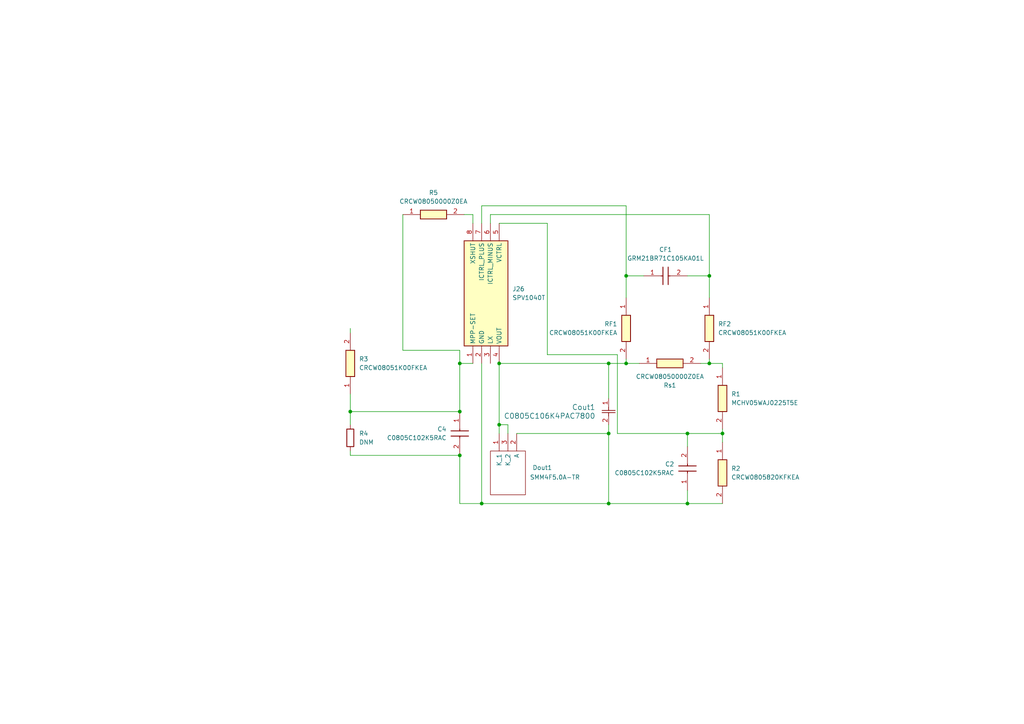
<source format=kicad_sch>
(kicad_sch (version 20231120) (generator "eeschema") (generator_version "8.0")
  (paper "A4")
  (lib_symbols
    (symbol "C2_C4_C8:C0805C102K5RAC" (pin_names hide)
      (property "Reference" "C" (at 8.89 6.35 0))
      (property "Value" "C0805C102K5RAC" (at 8.89 3.81 0))
      (symbol "C0805C102K5RAC_1_1"
        (polyline (pts (xy 5.08 0) (xy 5.588 0)) (stroke (width 0.254)))
        (polyline (pts (xy 5.588 2.54) (xy 5.588 -2.54)) (stroke (width 0.254)))
        (polyline (pts (xy 7.112 0) (xy 7.62 0)) (stroke (width 0.254)))
        (polyline (pts (xy 7.112 2.54) (xy 7.112 -2.54)) (stroke (width 0.254)))
        (pin passive line (at 0 0 0) (length 5.08) (name "1") (number "1"))
        (pin passive line (at 12.7 0 180) (length 5.08) (name "2") (number "2"))
      )
    )
    (symbol "CF1:GRM21BR71C105KA01L" (pin_names hide)
      (property "Reference" "C" (at 8.89 6.35 0))
      (property "Value" "GRM21BR71C105KA01L" (at 8.89 3.81 0))
      (symbol "GRM21BR71C105KA01L_1_1"
        (polyline (pts (xy 5.08 0) (xy 5.588 0)) (stroke (width 0.254)))
        (polyline (pts (xy 5.588 2.54) (xy 5.588 -2.54)) (stroke (width 0.254)))
        (polyline (pts (xy 7.112 0) (xy 7.62 0)) (stroke (width 0.254)))
        (polyline (pts (xy 7.112 2.54) (xy 7.112 -2.54)) (stroke (width 0.254)))
        (pin passive line (at 0 0 0) (length 5.08) (name "1") (number "1"))
        (pin passive line (at 12.7 0 180) (length 5.08) (name "2") (number "2"))
      )
    )
    (symbol "Cout1:C0805C106K4PAC7800" (pin_names (offset 0.254))
      (property "Reference" "Cout1" (at 2.5399 3.81 90))
      (property "Value" "C0805C106K4PAC7800" (at 5.0799 3.81 90))
      (symbol "C0805C106K4PAC7800_1_1"
        (polyline (pts (xy 2.54 0) (xy 3.4798 0)) (stroke (width 0.2032)))
        (polyline (pts (xy 3.4798 -1.905) (xy 3.4798 1.905)) (stroke (width 0.2032)))
        (polyline (pts (xy 4.1148 -1.905) (xy 4.1148 1.905)) (stroke (width 0.2032)))
        (polyline (pts (xy 4.1148 0) (xy 5.08 0)) (stroke (width 0.2032)))
        (pin passive line (at 0 0 0) (length 2.54) (name "") (number "1"))
        (pin passive line (at 7.62 0 180) (length 2.54) (name "") (number "2"))
      )
      (symbol "C0805C106K4PAC7800_1_2"
        (polyline (pts (xy -1.905 -4.1148) (xy 1.905 -4.1148)) (stroke (width 0.2032)))
        (polyline (pts (xy -1.905 -3.4798) (xy 1.905 -3.4798)) (stroke (width 0.2032)))
        (polyline (pts (xy 0 -4.1148) (xy 0 -5.08)) (stroke (width 0.2032)))
        (polyline (pts (xy 0 -2.54) (xy 0 -3.4798)) (stroke (width 0.2032)))
        (pin unspecified line (at 0 0 270) (length 2.54) (name "") (number "1"))
        (pin unspecified line (at 0 -7.62 90) (length 2.54) (name "") (number "2"))
      )
    )
    (symbol "Device:R" (pin_numbers hide) (pin_names (offset 0))
      (property "Reference" "R" (at 2.032 0 90))
      (property "Value" "R" (at 0 0 90))
      (symbol "R_0_1"
        (rectangle (start -1.016 -2.54) (end 1.016 2.54) (stroke (width 0.254)))
      )
      (symbol "R_1_1"
        (pin passive line (at 0 3.81 270) (length 1.27) (name "~") (number "1"))
        (pin passive line (at 0 -3.81 90) (length 1.27) (name "~") (number "2"))
      )
    )
    (symbol "R1:MCHV05WAJ0225T5E" (pin_names hide)
      (property "Reference" "R" (at 13.97 6.35 0))
      (property "Value" "MCHV05WAJ0225T5E" (at 13.97 3.81 0))
      (symbol "MCHV05WAJ0225T5E_1_1"
        (rectangle (start 5.08 1.27) (end 12.7 -1.27) (stroke (width 0.254)) (fill (type background)))
        (pin passive line (at 0 0 0) (length 5.08) (name "1") (number "1"))
        (pin passive line (at 17.78 0 180) (length 5.08) (name "2") (number "2"))
      )
    )
    (symbol "R2:CRCW0805820KFKEA" (pin_names hide)
      (property "Reference" "R" (at 13.97 6.35 0))
      (property "Value" "CRCW0805820KFKEA" (at 13.97 3.81 0))
      (symbol "CRCW0805820KFKEA_1_1"
        (rectangle (start 5.08 1.27) (end 12.7 -1.27) (stroke (width 0.254)) (fill (type background)))
        (pin passive line (at 0 0 0) (length 5.08) (name "1") (number "1"))
        (pin passive line (at 17.78 0 180) (length 5.08) (name "2") (number "2"))
      )
    )
    (symbol "R3_RF1_RF2_R6_R7_R8:CRCW08051K00FKEA" (pin_names hide)
      (property "Reference" "R" (at 13.97 6.35 0))
      (property "Value" "CRCW08051K00FKEA" (at 13.97 3.81 0))
      (symbol "CRCW08051K00FKEA_1_1"
        (rectangle (start 5.08 1.27) (end 12.7 -1.27) (stroke (width 0.254)) (fill (type background)))
        (pin passive line (at 0 0 0) (length 5.08) (name "1") (number "1"))
        (pin passive line (at 17.78 0 180) (length 5.08) (name "2") (number "2"))
      )
    )
    (symbol "R5_SW3_SW4_VRS:CRCW08050000Z0EA" (pin_names hide)
      (property "Reference" "R" (at 13.97 6.35 0))
      (property "Value" "CRCW08050000Z0EA" (at 13.97 3.81 0))
      (symbol "CRCW08050000Z0EA_1_1"
        (rectangle (start 5.08 1.27) (end 12.7 -1.27) (stroke (width 0.254)) (fill (type background)))
        (pin passive line (at 0 0 0) (length 5.08) (name "1") (number "1"))
        (pin passive line (at 17.78 0 180) (length 5.08) (name "2") (number "2"))
      )
    )
    (symbol "SMM4F5.0A-TR:SMM4F5.0A-TR" (pin_names (offset 0.762))
      (property "Reference" "Z" (at 19.05 7.62 0))
      (property "Value" "SMM4F5.0A-TR" (at 19.05 5.08 0))
      (symbol "SMM4F5.0A-TR_0_0"
        (pin passive line (at 0 -5.08 0) (length 5.08) (name "K_1") (number "1"))
        (pin passive line (at 0 0 0) (length 5.08) (name "A") (number "2"))
        (pin passive line (at 0 -2.54 0) (length 5.08) (name "K_2") (number "3"))
      )
      (symbol "SMM4F5.0A-TR_0_1"
        (polyline (pts (xy 5.08 2.54) (xy 17.78 2.54) (xy 17.78 -7.62) (xy 5.08 -7.62) (xy 5.08 2.54)) (stroke (width 0.1524)))
      )
    )
    (symbol "SPV1040T:SPV1040T"
      (property "Reference" "IC" (at 36.83 7.62 0))
      (property "Value" "SPV1040T" (at 36.83 5.08 0))
      (symbol "SPV1040T_1_1"
        (rectangle (start 5.08 2.54) (end 35.56 -10.16) (stroke (width 0.254)) (fill (type background)))
        (pin passive line (at 0 0 0) (length 5.08) (name "MPP-SET") (number "1"))
        (pin passive line (at 0 -2.54 0) (length 5.08) (name "GND") (number "2"))
        (pin passive line (at 0 -5.08 0) (length 5.08) (name "LX") (number "3"))
        (pin passive line (at 0 -7.62 0) (length 5.08) (name "VOUT") (number "4"))
        (pin passive line (at 40.64 -7.62 180) (length 5.08) (name "VCTRL") (number "5"))
        (pin passive line (at 40.64 -5.08 180) (length 5.08) (name "ICTRL_MINUS") (number "6"))
        (pin passive line (at 40.64 -2.54 180) (length 5.08) (name "ICTRL_PLUS") (number "7"))
        (pin passive line (at 40.64 0 180) (length 5.08) (name "XSHUT") (number "8"))
      )
    )
  )
  (junction (at 176.53 105.41))
  (junction (at 139.7 146.05))
  (junction (at 205.74 80.01))
  (junction (at 176.53 125.73))
  (junction (at 144.78 105.41))
  (junction (at 176.53 146.05))
  (junction (at 181.61 80.01))
  (junction (at 144.78 123.19))
  (junction (at 133.35 132.08))
  (junction (at 199.39 146.05))
  (junction (at 101.6 119.38))
  (junction (at 133.35 119.38))
  (junction (at 133.35 105.41))
  (junction (at 209.55 125.73))
  (junction (at 181.61 105.41))
  (junction (at 199.39 125.73))
  (junction (at 205.74 105.41))
  (wire (pts (xy 199.39 146.05) (xy 209.55 146.05)))
  (wire (pts (xy 101.6 132.08) (xy 133.35 132.08)))
  (wire (pts (xy 176.53 125.73) (xy 176.53 146.05)))
  (wire (pts (xy 176.53 146.05) (xy 139.7 146.05)))
  (wire (pts (xy 209.55 105.41) (xy 209.55 106.68)))
  (wire (pts (xy 101.6 119.38) (xy 133.35 119.38)))
  (wire (pts (xy 199.39 129.54) (xy 199.39 125.73)))
  (wire (pts (xy 149.86 125.73) (xy 176.53 125.73)))
  (wire (pts (xy 139.7 105.41) (xy 139.7 146.05)))
  (wire (pts (xy 179.07 102.87) (xy 158.75 102.87)))
  (wire (pts (xy 142.24 62.23) (xy 142.24 64.77)))
  (wire (pts (xy 199.39 125.73) (xy 209.55 125.73)))
  (wire (pts (xy 158.75 64.77) (xy 158.75 102.87)))
  (wire (pts (xy 133.35 105.41) (xy 133.35 119.38)))
  (wire (pts (xy 205.74 105.41) (xy 209.55 105.41)))
  (wire (pts (xy 181.61 105.41) (xy 185.42 105.41)))
  (wire (pts (xy 199.39 125.73) (xy 179.07 125.73)))
  (wire (pts (xy 181.61 59.69) (xy 139.7 59.69)))
  (wire (pts (xy 199.39 142.24) (xy 199.39 146.05)))
  (wire (pts (xy 147.32 125.73) (xy 147.32 123.19)))
  (wire (pts (xy 133.35 101.6) (xy 133.35 105.41)))
  (wire (pts (xy 179.07 125.73) (xy 179.07 102.87)))
  (wire (pts (xy 116.84 101.6) (xy 133.35 101.6)))
  (wire (pts (xy 133.35 146.05) (xy 133.35 132.08)))
  (wire (pts (xy 147.32 123.19) (xy 144.78 123.19)))
  (wire (pts (xy 101.6 114.3) (xy 101.6 119.38)))
  (wire (pts (xy 209.55 124.46) (xy 209.55 125.73)))
  (wire (pts (xy 144.78 105.41) (xy 144.78 123.19)))
  (wire (pts (xy 176.53 123.19) (xy 176.53 125.73)))
  (wire (pts (xy 199.39 80.01) (xy 205.74 80.01)))
  (wire (pts (xy 203.2 105.41) (xy 205.74 105.41)))
  (wire (pts (xy 139.7 146.05) (xy 133.35 146.05)))
  (wire (pts (xy 133.35 105.41) (xy 137.16 105.41)))
  (wire (pts (xy 181.61 80.01) (xy 186.69 80.01)))
  (wire (pts (xy 101.6 132.08) (xy 101.6 130.81)))
  (wire (pts (xy 101.6 95.25) (xy 101.6 96.52)))
  (wire (pts (xy 176.53 105.41) (xy 144.78 105.41)))
  (wire (pts (xy 116.84 62.23) (xy 116.84 101.6)))
  (wire (pts (xy 181.61 104.14) (xy 181.61 105.41)))
  (wire (pts (xy 209.55 125.73) (xy 209.55 128.27)))
  (wire (pts (xy 158.75 64.77) (xy 144.78 64.77)))
  (wire (pts (xy 181.61 80.01) (xy 181.61 59.69)))
  (wire (pts (xy 205.74 62.23) (xy 142.24 62.23)))
  (wire (pts (xy 205.74 86.36) (xy 205.74 80.01)))
  (wire (pts (xy 205.74 104.14) (xy 205.74 105.41)))
  (wire (pts (xy 137.16 62.23) (xy 137.16 64.77)))
  (wire (pts (xy 176.53 105.41) (xy 181.61 105.41)))
  (wire (pts (xy 144.78 123.19) (xy 144.78 125.73)))
  (wire (pts (xy 101.6 119.38) (xy 101.6 123.19)))
  (wire (pts (xy 139.7 59.69) (xy 139.7 64.77)))
  (wire (pts (xy 176.53 146.05) (xy 199.39 146.05)))
  (wire (pts (xy 134.62 62.23) (xy 137.16 62.23)))
  (wire (pts (xy 205.74 80.01) (xy 205.74 62.23)))
  (wire (pts (xy 181.61 86.36) (xy 181.61 80.01)))
  (wire (pts (xy 176.53 115.57) (xy 176.53 105.41)))
  (symbol (lib_id "C2_C4_C8:C0805C102K5RAC") (at 133.35 119.38 90) (mirror x) (unit 1)
    (property "Reference" "C4" (at 129.54 124.4599 90) (effects (justify left)))
    (property "Value" "C0805C102K5RAC" (at 129.54 126.9999 90) (effects (justify left)))
    (property "Footprint" "C2_C4_C8:CAPC2012X88N" (effects (hide yes)))
    (property "Datasheet" "https://componentsearchengine.com/Datasheets/1/C0805C102K5RAC.pdf" (effects (hide yes)))
    (property "Description" "Multilayer Ceramic Capacitors MLCC - SMD/SMT 50V 1000pF X7R 0805 10%" (effects (hide yes)))
    (property "Height" "0.88" (effects (hide yes)))
    (property "Mouser Part Number" "80-C0805C102K5RAC" (effects (hide yes)))
    (property "Mouser Price/Stock" "https://www.mouser.co.uk/ProductDetail/KEMET/C0805C102K5RAC?qs=ycq5i98tC2kYQr%252B2L41ubQ%3D%3D" (effects (hide yes)))
    (property "Manufacturer_Name" "KEMET" (effects (hide yes)))
    (property "Manufacturer_Part_Number" "C0805C102K5RAC" (effects (hide yes)))
  )
  (symbol (lib_id "R3_RF1_RF2_R6_R7_R8:CRCW08051K00FKEA") (at 205.74 86.36 270) (unit 1)
    (property "Reference" "RF2" (at 208.28 93.9799 90) (effects (justify left)))
    (property "Value" "CRCW08051K00FKEA" (at 208.28 96.5199 90) (effects (justify left)))
    (property "Footprint" "R3_RF1_RF2_R6_R7_R8:RESC2012X50N" (effects (hide yes)))
    (property "Datasheet" "http://www.vishay.com/docs/20035/dcrcwe3.pdf" (effects (hide yes)))
    (property "Description" "Vishay CRCW Series Thick Film Surface Mount Resistor 0805 Case 1k +/-1% 0.125W +/-100ppm/C" (effects (hide yes)))
    (property "Height" "0.5" (effects (hide yes)))
    (property "Mouser Part Number" "71-CRCW0805-1.0K-E3" (effects (hide yes)))
    (property "Mouser Price/Stock" "https://www.mouser.co.uk/ProductDetail/Vishay-Dale/CRCW08051K00FKEA?qs=DZvKvnD5UYU3bClwFPa9DQ%3D%3D" (effects (hide yes)))
    (property "Manufacturer_Name" "Vishay" (effects (hide yes)))
    (property "Manufacturer_Part_Number" "CRCW08051K00FKEA" (effects (hide yes)))
  )
  (symbol (lib_id "R1:MCHV05WAJ0225T5E") (at 209.55 106.68 270) (unit 1)
    (property "Reference" "R1" (at 212.09 114.2999 90) (effects (justify left)))
    (property "Value" "MCHV05WAJ0225T5E" (at 212.09 116.8399 90) (effects (justify left)))
    (property "Footprint" "R1:RESC2013X65N" (effects (hide yes)))
    (property "Description" "SMD Chip Resistor, 2.2 Mohm, +/- 5%, 100 mW, 0805 [2012 Metric], Thick Film, High Voltage" (effects (hide yes)))
    (property "Height" "0.65" (effects (hide yes)))
    (property "Manufacturer_Name" "Multicomp Pro" (effects (hide yes)))
    (property "Manufacturer_Part_Number" "MCHV05WAJ0225T5E" (effects (hide yes)))
  )
  (symbol (lib_id "R5_SW3_SW4_VRS:CRCW08050000Z0EA") (at 116.84 62.23 0) (unit 1)
    (property "Reference" "R5" (at 125.73 55.88 0))
    (property "Value" "CRCW08050000Z0EA" (at 125.73 58.42 0))
    (property "Footprint" "R5_SW3_SW4_VRS:RESC2012X50N" (effects (hide yes)))
    (property "Datasheet" "http://www.vishay.com/docs/20035/dcrcwe3.pdf" (effects (hide yes)))
    (property "Description" "CRCW0805 Surface Mount Resistor, 0R0 Vishay CRCW Series Thick Film Surface Mount Resistor 0805 Case 0 1% 0.1W" (effects (hide yes)))
    (property "Height" "0.5" (effects (hide yes)))
    (property "Mouser Part Number" "71-CRCW0805-0-E3" (effects (hide yes)))
    (property "Mouser Price/Stock" "https://www.mouser.co.uk/ProductDetail/Vishay-Dale/CRCW08050000Z0EA?qs=waxnFHLl2hB4NcTp6tAQPA%3D%3D" (effects (hide yes)))
    (property "Manufacturer_Name" "Vishay" (effects (hide yes)))
    (property "Manufacturer_Part_Number" "CRCW08050000Z0EA" (effects (hide yes)))
  )
  (symbol (lib_id "R2:CRCW0805820KFKEA") (at 209.55 128.27 270) (unit 1)
    (property "Reference" "R2" (at 212.09 135.8899 90) (effects (justify left)))
    (property "Value" "CRCW0805820KFKEA" (at 212.09 138.4299 90) (effects (justify left)))
    (property "Footprint" "R2:RESC2012X50N" (effects (hide yes)))
    (property "Datasheet" "https://componentsearchengine.com/Datasheets/1/CRCW0805820KFKEA.pdf" (effects (hide yes)))
    (property "Description" "Vishay CRCW Series Thick Film Surface Mount Resistor 805 Case 820k +/-1% 0.125W +/-100ppm/C" (effects (hide yes)))
    (property "Height" "0.5" (effects (hide yes)))
    (property "Mouser Part Number" "71-CRCW0805820KFKEA" (effects (hide yes)))
    (property "Mouser Price/Stock" "https://www.mouser.com/Search/Refine.aspx?Keyword=71-CRCW0805820KFKEA" (effects (hide yes)))
    (property "Manufacturer_Name" "Vishay" (effects (hide yes)))
    (property "Manufacturer_Part_Number" "CRCW0805820KFKEA" (effects (hide yes)))
  )
  (symbol (lib_id "SPV1040T:SPV1040T") (at 137.16 105.41 90) (unit 1)
    (property "Reference" "J26" (at 148.59 83.8199 90) (effects (justify right)))
    (property "Value" "SPV1040T" (at 148.59 86.3599 90) (effects (justify right)))
    (property "Footprint" "SPV1040:SOP65P640X120-8N" (effects (hide yes)))
    (property "Datasheet" "http://www.mouser.com/ds/2/389/spv1040-974182.pdf" (effects (hide yes)))
    (property "Description" "Voltage Regulators - Switching Regulators Hi efficiency solar battery charger" (effects (hide yes)))
    (property "Height" "1.2" (effects (hide yes)))
    (property "Manufacturer_Name" "STMicroelectronics" (effects (hide yes)))
    (property "Manufacturer_Part_Number" "SPV1040T" (effects (hide yes)))
    (property "Mouser Part Number" "511-SPV1040T" (effects (hide yes)))
    (property "Mouser Price/Stock" "https://www.mouser.co.uk/ProductDetail/STMicroelectronics/SPV1040T?qs=7qOP6AeGKU1lga8RjcaFUQ%3D%3D" (effects (hide yes)))
    (property "Arrow Part Number" "SPV1040T" (effects (hide yes)))
    (property "Arrow Price/Stock" "https://www.arrow.com/en/products/spv1040t/stmicroelectronics?region=europe" (effects (hide yes)))
  )
  (symbol (lib_id "SMM4F5.0A-TR:SMM4F5.0A-TR") (at 149.86 125.73 270) (unit 1)
    (property "Reference" "Dout1" (at 154.432 135.636 90) (effects (justify left)))
    (property "Value" "SMM4F5.0A-TR" (at 153.67 138.4299 90) (effects (justify left)))
    (property "Footprint" "SMM4F5:SMM4F15ATR" (effects (hide yes)))
    (property "Datasheet" "https://www.st.com/resource/en/datasheet/smm4f10a.pdf" (effects (hide yes)))
    (property "Description" "ESD Suppressors / TVS Diodes 400W HI JCT TMP" (effects (hide yes)))
    (property "Description_1" "ESD Suppressors / TVS Diodes 400W HI JCT TMP" (effects (hide yes)))
    (property "Manufacturer_Name" "STMicroelectronics" (effects (hide yes)))
    (property "Manufacturer_Part_Number" "SMM4F5.0A-TR" (effects (hide yes)))
    (property "Mouser Part Number" "511-SMM4F5.0A-TR" (effects (hide yes)))
    (property "Mouser Price/Stock" "https://www.mouser.co.uk/ProductDetail/STMicroelectronics/SMM4F5.0A-TR?qs=5HwTSiuA5HB7K7mI4EswPg%3D%3D" (effects (hide yes)))
    (property "Arrow Part Number" "SMM4F5.0A-TR" (effects (hide yes)))
    (property "Arrow Price/Stock" "https://www.arrow.com/en/products/smm4f5.0a-tr/stmicroelectronics?region=nac" (effects (hide yes)))
  )
  (symbol (lib_id "CF1:GRM21BR71C105KA01L") (at 186.69 80.01 0) (unit 1)
    (property "Reference" "CF1" (at 193.04 72.39 0))
    (property "Value" "GRM21BR71C105KA01L" (at 193.04 74.93 0))
    (property "Footprint" "CF1:CAPC2012X145N" (effects (hide yes)))
    (property "Datasheet" "http://www.murata.com/~/media/webrenewal/support/library/catalog/products/capacitor/mlcc/c02e.pdf" (effects (hide yes)))
    (property "Description" "Ceramic  SMT capacitor 1uF 16Vdc Murata 0805 GRM 1uF Ceramic Multilayer Capacitor, 16 V dc, +125C, X7R Dielectric, +/-10% SMD" (effects (hide yes)))
    (property "Height" "1.45" (effects (hide yes)))
    (property "Mouser Part Number" "81-GRM40X105K16L" (effects (hide yes)))
    (property "Mouser Price/Stock" "https://www.mouser.co.uk/ProductDetail/Murata-Electronics/GRM21BR71C105KA01L?qs=WNiIrCCjU2Tw%2F0lnBzRiBw%3D%3D" (effects (hide yes)))
    (property "Manufacturer_Name" "Murata Electronics" (effects (hide yes)))
    (property "Manufacturer_Part_Number" "GRM21BR71C105KA01L" (effects (hide yes)))
  )
  (symbol (lib_id "Device:R") (at 101.6 127 0) (unit 1)
    (property "Reference" "R4" (at 104.14 125.7299 0) (effects (justify left)))
    (property "Value" "DNM" (at 104.14 128.2699 0) (effects (justify left)))
    (property "Footprint" "Resistor_SMD:R_0805_2012Metric" (effects (hide yes)))
    (property "Description" "Resistor" (effects (hide yes)))
  )
  (symbol (lib_id "R3_RF1_RF2_R6_R7_R8:CRCW08051K00FKEA") (at 101.6 114.3 90) (unit 1)
    (property "Reference" "R3" (at 104.14 104.1399 90) (effects (justify right)))
    (property "Value" "CRCW08051K00FKEA" (at 104.14 106.6799 90) (effects (justify right)))
    (property "Footprint" "R3_RF1_RF2_R6_R7_R8:RESC2012X50N" (effects (hide yes)))
    (property "Datasheet" "http://www.vishay.com/docs/20035/dcrcwe3.pdf" (effects (hide yes)))
    (property "Description" "Vishay CRCW Series Thick Film Surface Mount Resistor 0805 Case 1k +/-1% 0.125W +/-100ppm/C" (effects (hide yes)))
    (property "Height" "0.5" (effects (hide yes)))
    (property "Mouser Part Number" "71-CRCW0805-1.0K-E3" (effects (hide yes)))
    (property "Mouser Price/Stock" "https://www.mouser.co.uk/ProductDetail/Vishay-Dale/CRCW08051K00FKEA?qs=DZvKvnD5UYU3bClwFPa9DQ%3D%3D" (effects (hide yes)))
    (property "Manufacturer_Name" "Vishay" (effects (hide yes)))
    (property "Manufacturer_Part_Number" "CRCW08051K00FKEA" (effects (hide yes)))
  )
  (symbol (lib_id "R3_RF1_RF2_R6_R7_R8:CRCW08051K00FKEA") (at 181.61 86.36 90) (mirror x) (unit 1)
    (property "Reference" "RF1" (at 179.07 93.9799 90) (effects (justify left)))
    (property "Value" "CRCW08051K00FKEA" (at 179.07 96.5199 90) (effects (justify left)))
    (property "Footprint" "R3_RF1_RF2_R6_R7_R8:RESC2012X50N" (effects (hide yes)))
    (property "Datasheet" "http://www.vishay.com/docs/20035/dcrcwe3.pdf" (effects (hide yes)))
    (property "Description" "Vishay CRCW Series Thick Film Surface Mount Resistor 0805 Case 1k +/-1% 0.125W +/-100ppm/C" (effects (hide yes)))
    (property "Height" "0.5" (effects (hide yes)))
    (property "Mouser Part Number" "71-CRCW0805-1.0K-E3" (effects (hide yes)))
    (property "Mouser Price/Stock" "https://www.mouser.co.uk/ProductDetail/Vishay-Dale/CRCW08051K00FKEA?qs=DZvKvnD5UYU3bClwFPa9DQ%3D%3D" (effects (hide yes)))
    (property "Manufacturer_Name" "Vishay" (effects (hide yes)))
    (property "Manufacturer_Part_Number" "CRCW08051K00FKEA" (effects (hide yes)))
  )
  (symbol (lib_id "R5_SW3_SW4_VRS:CRCW08050000Z0EA") (at 185.42 105.41 0) (mirror x) (unit 1)
    (property "Reference" "Rs1" (at 194.31 111.76 0))
    (property "Value" "CRCW08050000Z0EA" (at 194.31 109.22 0))
    (property "Footprint" "R5_SW3_SW4_VRS:RESC2012X50N" (effects (hide yes)))
    (property "Datasheet" "http://www.vishay.com/docs/20035/dcrcwe3.pdf" (effects (hide yes)))
    (property "Description" "CRCW0805 Surface Mount Resistor, 0R0 Vishay CRCW Series Thick Film Surface Mount Resistor 0805 Case 0 1% 0.1W" (effects (hide yes)))
    (property "Height" "0.5" (effects (hide yes)))
    (property "Mouser Part Number" "71-CRCW0805-0-E3" (effects (hide yes)))
    (property "Mouser Price/Stock" "https://www.mouser.co.uk/ProductDetail/Vishay-Dale/CRCW08050000Z0EA?qs=waxnFHLl2hB4NcTp6tAQPA%3D%3D" (effects (hide yes)))
    (property "Manufacturer_Name" "Vishay" (effects (hide yes)))
    (property "Manufacturer_Part_Number" "CRCW08050000Z0EA" (effects (hide yes)))
  )
  (symbol (lib_id "Cout1:C0805C106K4PAC7800") (at 176.53 115.57 90) (mirror x) (unit 1)
    (property "Reference" "Cout1" (at 172.72 118.1099 90) (effects (font (size 1.524 1.524)) (justify left)))
    (property "Value" "C0805C106K4PAC7800" (at 172.72 120.6499 90) (effects (font (size 1.524 1.524)) (justify left)))
    (property "Footprint" "Cout1:CAPC220145_140N_KEM" (effects (hide yes)))
    (property "Datasheet" "C0805C106K4PAC7800" (effects (hide yes)))
  )
  (symbol (lib_id "C2_C4_C8:C0805C102K5RAC") (at 199.39 142.24 270) (mirror x) (unit 1)
    (property "Reference" "C2" (at 195.58 134.6199 90) (effects (justify right)))
    (property "Value" "C0805C102K5RAC" (at 195.58 137.1599 90) (effects (justify right)))
    (property "Footprint" "C2_C4_C8:CAPC2012X88N" (effects (hide yes)))
    (property "Datasheet" "https://componentsearchengine.com/Datasheets/1/C0805C102K5RAC.pdf" (effects (hide yes)))
    (property "Description" "Multilayer Ceramic Capacitors MLCC - SMD/SMT 50V 1000pF X7R 0805 10%" (effects (hide yes)))
    (property "Height" "0.88" (effects (hide yes)))
    (property "Mouser Part Number" "80-C0805C102K5RAC" (effects (hide yes)))
    (property "Mouser Price/Stock" "https://www.mouser.co.uk/ProductDetail/KEMET/C0805C102K5RAC?qs=ycq5i98tC2kYQr%252B2L41ubQ%3D%3D" (effects (hide yes)))
    (property "Manufacturer_Name" "KEMET" (effects (hide yes)))
    (property "Manufacturer_Part_Number" "C0805C102K5RAC" (effects (hide yes)))
  )
)
</source>
